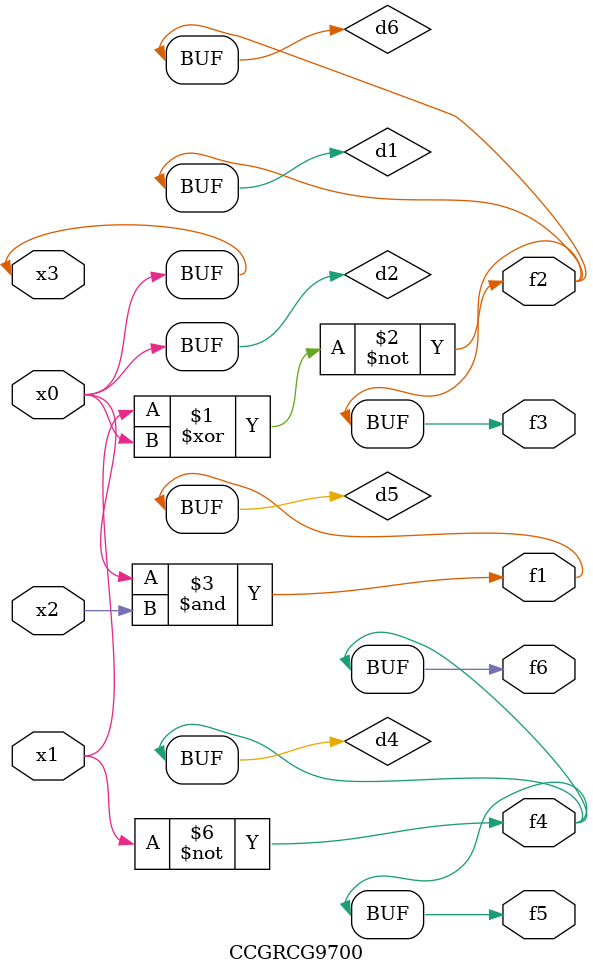
<source format=v>
module CCGRCG9700(
	input x0, x1, x2, x3,
	output f1, f2, f3, f4, f5, f6
);

	wire d1, d2, d3, d4, d5, d6;

	xnor (d1, x1, x3);
	buf (d2, x0, x3);
	nand (d3, x0, x2);
	not (d4, x1);
	nand (d5, d3);
	or (d6, d1);
	assign f1 = d5;
	assign f2 = d6;
	assign f3 = d6;
	assign f4 = d4;
	assign f5 = d4;
	assign f6 = d4;
endmodule

</source>
